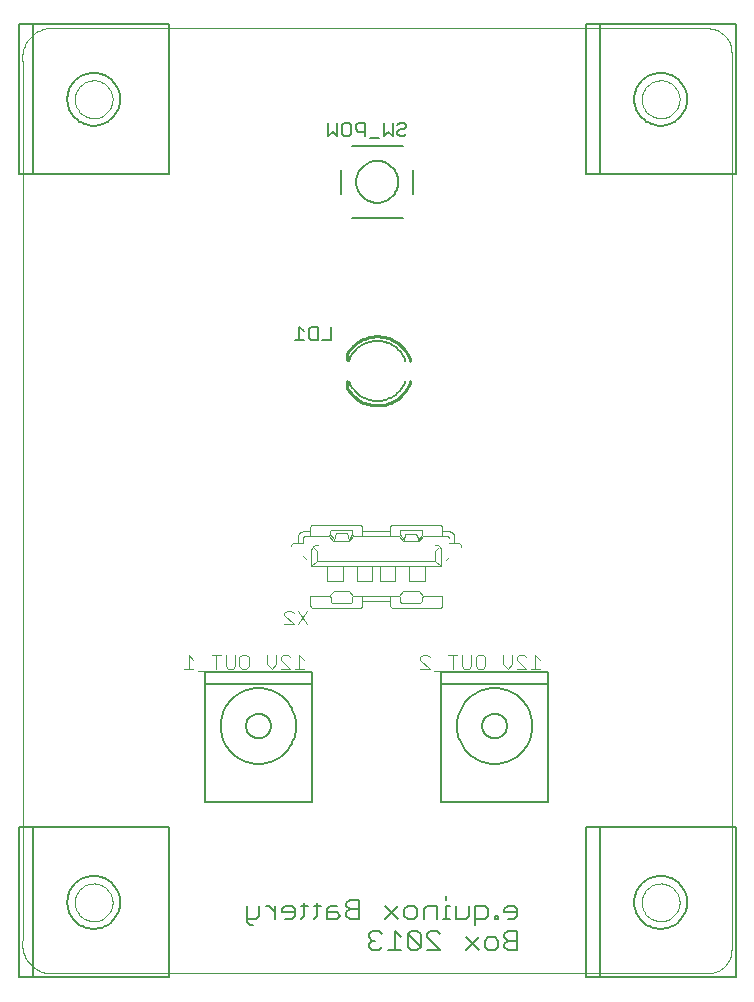
<source format=gbo>
G75*
G70*
%OFA0B0*%
%FSLAX24Y24*%
%IPPOS*%
%LPD*%
%AMOC8*
5,1,8,0,0,1.08239X$1,22.5*
%
%ADD10C,0.0060*%
%ADD11C,0.0000*%
%ADD12C,0.0040*%
%ADD13C,0.0050*%
%ADD14C,0.0100*%
%ADD15C,0.0080*%
D10*
X023176Y008555D02*
X023282Y008448D01*
X023389Y008448D01*
X023176Y008555D02*
X023176Y009089D01*
X023603Y009089D02*
X023603Y008769D01*
X023496Y008662D01*
X023176Y008662D01*
X023819Y009089D02*
X023926Y009089D01*
X024140Y008875D01*
X024140Y008662D02*
X024140Y009089D01*
X024357Y008982D02*
X024464Y009089D01*
X024678Y009089D01*
X024784Y008982D01*
X024784Y008769D01*
X024678Y008662D01*
X024464Y008662D01*
X024357Y008875D02*
X024784Y008875D01*
X025001Y008662D02*
X025107Y008769D01*
X025107Y009196D01*
X025001Y009089D02*
X025214Y009089D01*
X025430Y009089D02*
X025644Y009089D01*
X025537Y009196D02*
X025537Y008769D01*
X025430Y008662D01*
X025861Y008662D02*
X026182Y008662D01*
X026288Y008769D01*
X026182Y008875D01*
X025861Y008875D01*
X025861Y008982D02*
X025861Y008662D01*
X025861Y008982D02*
X025968Y009089D01*
X026182Y009089D01*
X026506Y009089D02*
X026613Y008982D01*
X026933Y008982D01*
X026933Y008662D02*
X026613Y008662D01*
X026506Y008769D01*
X026506Y008875D01*
X026613Y008982D01*
X026506Y009089D02*
X026506Y009196D01*
X026613Y009302D01*
X026933Y009302D01*
X026933Y008662D01*
X027365Y008252D02*
X027258Y008146D01*
X027258Y008039D01*
X027365Y007932D01*
X027258Y007825D01*
X027258Y007719D01*
X027365Y007612D01*
X027578Y007612D01*
X027685Y007719D01*
X027902Y007612D02*
X028329Y007612D01*
X028116Y007612D02*
X028116Y008252D01*
X028329Y008039D01*
X028547Y008146D02*
X028974Y007719D01*
X028867Y007612D01*
X028654Y007612D01*
X028547Y007719D01*
X028547Y008146D01*
X028654Y008252D01*
X028867Y008252D01*
X028974Y008146D01*
X028974Y007719D01*
X029191Y007612D02*
X029618Y007612D01*
X029191Y008039D01*
X029191Y008146D01*
X029298Y008252D01*
X029512Y008252D01*
X029618Y008146D01*
X029511Y008662D02*
X029511Y009089D01*
X029191Y009089D01*
X029084Y008982D01*
X029084Y008662D01*
X028866Y008769D02*
X028760Y008662D01*
X028546Y008662D01*
X028439Y008769D01*
X028439Y008982D01*
X028546Y009089D01*
X028760Y009089D01*
X028866Y008982D01*
X028866Y008769D01*
X028222Y008662D02*
X027795Y009089D01*
X028222Y009089D02*
X027795Y008662D01*
X027578Y008252D02*
X027365Y008252D01*
X027578Y008252D02*
X027685Y008146D01*
X027471Y007932D02*
X027365Y007932D01*
X029727Y008662D02*
X029941Y008662D01*
X029834Y008662D02*
X029834Y009089D01*
X029941Y009089D01*
X030158Y009089D02*
X030158Y008662D01*
X030479Y008662D01*
X030585Y008769D01*
X030585Y009089D01*
X030803Y009089D02*
X031123Y009089D01*
X031230Y008982D01*
X031230Y008769D01*
X031123Y008662D01*
X030803Y008662D01*
X030803Y008448D02*
X030803Y009089D01*
X031445Y008769D02*
X031445Y008662D01*
X031552Y008662D01*
X031552Y008769D01*
X031445Y008769D01*
X031770Y008875D02*
X032197Y008875D01*
X032197Y008769D02*
X032197Y008982D01*
X032090Y009089D01*
X031876Y009089D01*
X031770Y008982D01*
X031770Y008875D01*
X031876Y008662D02*
X032090Y008662D01*
X032197Y008769D01*
X032197Y008252D02*
X031876Y008252D01*
X031770Y008146D01*
X031770Y008039D01*
X031876Y007932D01*
X032197Y007932D01*
X032197Y007612D02*
X031876Y007612D01*
X031770Y007719D01*
X031770Y007825D01*
X031876Y007932D01*
X031552Y007932D02*
X031552Y007719D01*
X031445Y007612D01*
X031232Y007612D01*
X031125Y007719D01*
X031125Y007932D01*
X031232Y008039D01*
X031445Y008039D01*
X031552Y007932D01*
X032197Y007612D02*
X032197Y008252D01*
X030908Y008039D02*
X030481Y007612D01*
X030908Y007612D02*
X030481Y008039D01*
X029834Y009302D02*
X029834Y009409D01*
X024357Y008982D02*
X024357Y008875D01*
X026590Y026584D02*
X026613Y026526D01*
X026640Y026469D01*
X026670Y026414D01*
X026704Y026361D01*
X026741Y026310D01*
X026781Y026262D01*
X026824Y026216D01*
X026869Y026173D01*
X026918Y026133D01*
X026969Y026097D01*
X027022Y026063D01*
X027077Y026033D01*
X027133Y026006D01*
X027192Y025983D01*
X027251Y025964D01*
X027312Y025948D01*
X027374Y025936D01*
X027436Y025928D01*
X027499Y025924D01*
X027561Y025924D01*
X027624Y025928D01*
X027686Y025936D01*
X027748Y025948D01*
X027809Y025964D01*
X027868Y025983D01*
X027927Y026006D01*
X027983Y026033D01*
X028038Y026063D01*
X028091Y026097D01*
X028142Y026133D01*
X028191Y026173D01*
X028236Y026216D01*
X028279Y026262D01*
X028319Y026310D01*
X028356Y026361D01*
X028390Y026414D01*
X028420Y026469D01*
X028447Y026526D01*
X028470Y026584D01*
X028470Y027264D02*
X028447Y027322D01*
X028420Y027379D01*
X028390Y027434D01*
X028356Y027487D01*
X028319Y027538D01*
X028279Y027586D01*
X028236Y027632D01*
X028191Y027675D01*
X028142Y027715D01*
X028091Y027751D01*
X028038Y027785D01*
X027983Y027815D01*
X027927Y027842D01*
X027868Y027865D01*
X027809Y027884D01*
X027748Y027900D01*
X027686Y027912D01*
X027624Y027920D01*
X027561Y027924D01*
X027499Y027924D01*
X027436Y027920D01*
X027374Y027912D01*
X027312Y027900D01*
X027251Y027884D01*
X027192Y027865D01*
X027133Y027842D01*
X027077Y027815D01*
X027022Y027785D01*
X026969Y027751D01*
X026918Y027715D01*
X026869Y027675D01*
X026824Y027632D01*
X026781Y027586D01*
X026741Y027538D01*
X026704Y027487D01*
X026670Y027434D01*
X026640Y027379D01*
X026613Y027322D01*
X026590Y027264D01*
D11*
X017451Y035979D02*
X017453Y036029D01*
X017459Y036079D01*
X017469Y036128D01*
X017483Y036176D01*
X017500Y036223D01*
X017521Y036268D01*
X017546Y036312D01*
X017574Y036353D01*
X017606Y036392D01*
X017640Y036429D01*
X017677Y036463D01*
X017717Y036493D01*
X017759Y036520D01*
X017803Y036544D01*
X017849Y036565D01*
X017896Y036581D01*
X017944Y036594D01*
X017994Y036603D01*
X018043Y036608D01*
X018094Y036609D01*
X018144Y036606D01*
X018193Y036599D01*
X018242Y036588D01*
X018290Y036573D01*
X018336Y036555D01*
X018381Y036533D01*
X018424Y036507D01*
X018465Y036478D01*
X018504Y036446D01*
X018540Y036411D01*
X018572Y036373D01*
X018602Y036333D01*
X018629Y036290D01*
X018652Y036246D01*
X018671Y036200D01*
X018687Y036152D01*
X018699Y036103D01*
X018707Y036054D01*
X018711Y036004D01*
X018711Y035954D01*
X018707Y035904D01*
X018699Y035855D01*
X018687Y035806D01*
X018671Y035758D01*
X018652Y035712D01*
X018629Y035668D01*
X018602Y035625D01*
X018572Y035585D01*
X018540Y035547D01*
X018504Y035512D01*
X018465Y035480D01*
X018424Y035451D01*
X018381Y035425D01*
X018336Y035403D01*
X018290Y035385D01*
X018242Y035370D01*
X018193Y035359D01*
X018144Y035352D01*
X018094Y035349D01*
X018043Y035350D01*
X017994Y035355D01*
X017944Y035364D01*
X017896Y035377D01*
X017849Y035393D01*
X017803Y035414D01*
X017759Y035438D01*
X017717Y035465D01*
X017677Y035495D01*
X017640Y035529D01*
X017606Y035566D01*
X017574Y035605D01*
X017546Y035646D01*
X017521Y035690D01*
X017500Y035735D01*
X017483Y035782D01*
X017469Y035830D01*
X017459Y035879D01*
X017453Y035929D01*
X017451Y035979D01*
X015718Y037160D02*
X015708Y037220D01*
X015702Y037280D01*
X015699Y037341D01*
X015700Y037401D01*
X015704Y037462D01*
X015713Y037522D01*
X015724Y037581D01*
X015740Y037640D01*
X015759Y037698D01*
X015781Y037754D01*
X015807Y037809D01*
X015836Y037862D01*
X015868Y037914D01*
X015903Y037963D01*
X015941Y038011D01*
X015982Y038055D01*
X016025Y038098D01*
X016071Y038137D01*
X016119Y038174D01*
X016170Y038208D01*
X016222Y038238D01*
X016276Y038266D01*
X016332Y038290D01*
X016389Y038311D01*
X016447Y038328D01*
X016506Y038342D01*
X038553Y038342D01*
X038553Y038341D02*
X038607Y038339D01*
X038660Y038334D01*
X038713Y038325D01*
X038765Y038312D01*
X038817Y038296D01*
X038867Y038276D01*
X038915Y038253D01*
X038962Y038226D01*
X039007Y038197D01*
X039050Y038164D01*
X039090Y038129D01*
X039128Y038091D01*
X039163Y038051D01*
X039196Y038008D01*
X039225Y037963D01*
X039252Y037916D01*
X039275Y037868D01*
X039295Y037818D01*
X039311Y037766D01*
X039324Y037714D01*
X039333Y037661D01*
X039338Y037608D01*
X039340Y037554D01*
X039341Y037554D02*
X039341Y007633D01*
X039340Y007633D02*
X039338Y007579D01*
X039333Y007526D01*
X039324Y007473D01*
X039311Y007421D01*
X039295Y007369D01*
X039275Y007319D01*
X039252Y007271D01*
X039225Y007224D01*
X039196Y007179D01*
X039163Y007136D01*
X039128Y007096D01*
X039090Y007058D01*
X039050Y007023D01*
X039007Y006990D01*
X038962Y006961D01*
X038915Y006934D01*
X038867Y006911D01*
X038817Y006891D01*
X038765Y006875D01*
X038713Y006862D01*
X038660Y006853D01*
X038607Y006848D01*
X038553Y006846D01*
X016506Y006846D01*
X016506Y006845D02*
X016447Y006859D01*
X016389Y006876D01*
X016332Y006897D01*
X016276Y006921D01*
X016222Y006949D01*
X016170Y006979D01*
X016119Y007013D01*
X016071Y007050D01*
X016025Y007089D01*
X015982Y007132D01*
X015941Y007176D01*
X015903Y007224D01*
X015868Y007273D01*
X015836Y007325D01*
X015807Y007378D01*
X015781Y007433D01*
X015759Y007489D01*
X015740Y007547D01*
X015724Y007606D01*
X015713Y007665D01*
X015704Y007725D01*
X015700Y007786D01*
X015699Y007846D01*
X015702Y007907D01*
X015708Y007967D01*
X015718Y008027D01*
X015719Y008027D02*
X015719Y037160D01*
X036349Y035979D02*
X036351Y036029D01*
X036357Y036079D01*
X036367Y036128D01*
X036381Y036176D01*
X036398Y036223D01*
X036419Y036268D01*
X036444Y036312D01*
X036472Y036353D01*
X036504Y036392D01*
X036538Y036429D01*
X036575Y036463D01*
X036615Y036493D01*
X036657Y036520D01*
X036701Y036544D01*
X036747Y036565D01*
X036794Y036581D01*
X036842Y036594D01*
X036892Y036603D01*
X036941Y036608D01*
X036992Y036609D01*
X037042Y036606D01*
X037091Y036599D01*
X037140Y036588D01*
X037188Y036573D01*
X037234Y036555D01*
X037279Y036533D01*
X037322Y036507D01*
X037363Y036478D01*
X037402Y036446D01*
X037438Y036411D01*
X037470Y036373D01*
X037500Y036333D01*
X037527Y036290D01*
X037550Y036246D01*
X037569Y036200D01*
X037585Y036152D01*
X037597Y036103D01*
X037605Y036054D01*
X037609Y036004D01*
X037609Y035954D01*
X037605Y035904D01*
X037597Y035855D01*
X037585Y035806D01*
X037569Y035758D01*
X037550Y035712D01*
X037527Y035668D01*
X037500Y035625D01*
X037470Y035585D01*
X037438Y035547D01*
X037402Y035512D01*
X037363Y035480D01*
X037322Y035451D01*
X037279Y035425D01*
X037234Y035403D01*
X037188Y035385D01*
X037140Y035370D01*
X037091Y035359D01*
X037042Y035352D01*
X036992Y035349D01*
X036941Y035350D01*
X036892Y035355D01*
X036842Y035364D01*
X036794Y035377D01*
X036747Y035393D01*
X036701Y035414D01*
X036657Y035438D01*
X036615Y035465D01*
X036575Y035495D01*
X036538Y035529D01*
X036504Y035566D01*
X036472Y035605D01*
X036444Y035646D01*
X036419Y035690D01*
X036398Y035735D01*
X036381Y035782D01*
X036367Y035830D01*
X036357Y035879D01*
X036351Y035929D01*
X036349Y035979D01*
X036349Y009208D02*
X036351Y009258D01*
X036357Y009308D01*
X036367Y009357D01*
X036381Y009405D01*
X036398Y009452D01*
X036419Y009497D01*
X036444Y009541D01*
X036472Y009582D01*
X036504Y009621D01*
X036538Y009658D01*
X036575Y009692D01*
X036615Y009722D01*
X036657Y009749D01*
X036701Y009773D01*
X036747Y009794D01*
X036794Y009810D01*
X036842Y009823D01*
X036892Y009832D01*
X036941Y009837D01*
X036992Y009838D01*
X037042Y009835D01*
X037091Y009828D01*
X037140Y009817D01*
X037188Y009802D01*
X037234Y009784D01*
X037279Y009762D01*
X037322Y009736D01*
X037363Y009707D01*
X037402Y009675D01*
X037438Y009640D01*
X037470Y009602D01*
X037500Y009562D01*
X037527Y009519D01*
X037550Y009475D01*
X037569Y009429D01*
X037585Y009381D01*
X037597Y009332D01*
X037605Y009283D01*
X037609Y009233D01*
X037609Y009183D01*
X037605Y009133D01*
X037597Y009084D01*
X037585Y009035D01*
X037569Y008987D01*
X037550Y008941D01*
X037527Y008897D01*
X037500Y008854D01*
X037470Y008814D01*
X037438Y008776D01*
X037402Y008741D01*
X037363Y008709D01*
X037322Y008680D01*
X037279Y008654D01*
X037234Y008632D01*
X037188Y008614D01*
X037140Y008599D01*
X037091Y008588D01*
X037042Y008581D01*
X036992Y008578D01*
X036941Y008579D01*
X036892Y008584D01*
X036842Y008593D01*
X036794Y008606D01*
X036747Y008622D01*
X036701Y008643D01*
X036657Y008667D01*
X036615Y008694D01*
X036575Y008724D01*
X036538Y008758D01*
X036504Y008795D01*
X036472Y008834D01*
X036444Y008875D01*
X036419Y008919D01*
X036398Y008964D01*
X036381Y009011D01*
X036367Y009059D01*
X036357Y009108D01*
X036351Y009158D01*
X036349Y009208D01*
X017451Y009208D02*
X017453Y009258D01*
X017459Y009308D01*
X017469Y009357D01*
X017483Y009405D01*
X017500Y009452D01*
X017521Y009497D01*
X017546Y009541D01*
X017574Y009582D01*
X017606Y009621D01*
X017640Y009658D01*
X017677Y009692D01*
X017717Y009722D01*
X017759Y009749D01*
X017803Y009773D01*
X017849Y009794D01*
X017896Y009810D01*
X017944Y009823D01*
X017994Y009832D01*
X018043Y009837D01*
X018094Y009838D01*
X018144Y009835D01*
X018193Y009828D01*
X018242Y009817D01*
X018290Y009802D01*
X018336Y009784D01*
X018381Y009762D01*
X018424Y009736D01*
X018465Y009707D01*
X018504Y009675D01*
X018540Y009640D01*
X018572Y009602D01*
X018602Y009562D01*
X018629Y009519D01*
X018652Y009475D01*
X018671Y009429D01*
X018687Y009381D01*
X018699Y009332D01*
X018707Y009283D01*
X018711Y009233D01*
X018711Y009183D01*
X018707Y009133D01*
X018699Y009084D01*
X018687Y009035D01*
X018671Y008987D01*
X018652Y008941D01*
X018629Y008897D01*
X018602Y008854D01*
X018572Y008814D01*
X018540Y008776D01*
X018504Y008741D01*
X018465Y008709D01*
X018424Y008680D01*
X018381Y008654D01*
X018336Y008632D01*
X018290Y008614D01*
X018242Y008599D01*
X018193Y008588D01*
X018144Y008581D01*
X018094Y008578D01*
X018043Y008579D01*
X017994Y008584D01*
X017944Y008593D01*
X017896Y008606D01*
X017849Y008622D01*
X017803Y008643D01*
X017759Y008667D01*
X017717Y008694D01*
X017677Y008724D01*
X017640Y008758D01*
X017606Y008795D01*
X017574Y008834D01*
X017546Y008875D01*
X017521Y008919D01*
X017500Y008964D01*
X017483Y009011D01*
X017469Y009059D01*
X017459Y009108D01*
X017453Y009158D01*
X017451Y009208D01*
D12*
X021096Y016995D02*
X021403Y016995D01*
X021250Y016995D02*
X021250Y017456D01*
X021403Y017302D01*
X021557Y016919D02*
X021864Y016919D01*
X022171Y016995D02*
X022171Y017456D01*
X022324Y017456D02*
X022017Y017456D01*
X022478Y017456D02*
X022478Y017072D01*
X022554Y016995D01*
X022708Y016995D01*
X022785Y017072D01*
X022785Y017456D01*
X022938Y017379D02*
X023015Y017456D01*
X023168Y017456D01*
X023245Y017379D01*
X023245Y017072D01*
X023168Y016995D01*
X023015Y016995D01*
X022938Y017072D01*
X022938Y017379D01*
X023398Y016919D02*
X023705Y016919D01*
X023859Y017149D02*
X023859Y017456D01*
X024166Y017456D02*
X024166Y017149D01*
X024012Y016995D01*
X023859Y017149D01*
X024319Y017302D02*
X024319Y017379D01*
X024396Y017456D01*
X024549Y017456D01*
X024626Y017379D01*
X024319Y017302D02*
X024626Y016995D01*
X024319Y016995D01*
X024780Y016995D02*
X025087Y016995D01*
X024933Y016995D02*
X024933Y017456D01*
X025087Y017302D01*
X025206Y018476D02*
X024899Y018936D01*
X024746Y018860D02*
X024669Y018936D01*
X024516Y018936D01*
X024439Y018860D01*
X024439Y018783D01*
X024746Y018476D01*
X024439Y018476D01*
X024899Y018476D02*
X025206Y018936D01*
X025306Y019096D02*
X025306Y019417D01*
X025306Y019408D02*
X025947Y019408D01*
X025981Y019366D01*
X025981Y019248D01*
X025983Y019235D01*
X025988Y019223D01*
X025996Y019212D01*
X026007Y019204D01*
X026019Y019199D01*
X026032Y019197D01*
X026639Y019197D01*
X026652Y019198D01*
X026665Y019203D01*
X026676Y019210D01*
X026685Y019219D01*
X026692Y019230D01*
X026697Y019243D01*
X026698Y019256D01*
X026698Y019383D01*
X026732Y019417D01*
X026588Y019585D01*
X026074Y019585D01*
X025939Y019417D01*
X025863Y019906D02*
X026386Y019906D01*
X026386Y020403D01*
X026833Y020412D02*
X026841Y020412D01*
X026841Y019906D01*
X027355Y019906D01*
X027355Y020395D01*
X027625Y020403D02*
X027625Y019906D01*
X028140Y019906D01*
X028140Y020412D01*
X028603Y020412D02*
X028603Y019906D01*
X029118Y019906D01*
X029118Y020412D01*
X029464Y020572D02*
X029464Y020934D01*
X029598Y021052D01*
X029658Y020926D02*
X029658Y020420D01*
X029649Y020420D01*
X029464Y020572D01*
X025526Y020572D01*
X025517Y020934D01*
X025391Y021044D01*
X025315Y020884D02*
X025315Y020420D01*
X025526Y020572D01*
X025315Y020420D02*
X029649Y020420D01*
X029818Y020622D02*
X029919Y020732D01*
X029936Y021179D02*
X030222Y021179D01*
X030241Y021177D01*
X030260Y021172D01*
X030277Y021164D01*
X030293Y021153D01*
X030306Y021140D01*
X030317Y021124D01*
X030325Y021107D01*
X030330Y021088D01*
X030332Y021069D01*
X030096Y021187D02*
X030096Y021398D01*
X030094Y021423D01*
X030089Y021448D01*
X030080Y021472D01*
X030068Y021494D01*
X030053Y021514D01*
X030035Y021532D01*
X030015Y021547D01*
X029993Y021559D01*
X029969Y021568D01*
X029944Y021573D01*
X029919Y021575D01*
X029683Y021575D01*
X029683Y021719D01*
X029682Y021719D02*
X029680Y021735D01*
X029676Y021751D01*
X029668Y021766D01*
X029657Y021778D01*
X029645Y021789D01*
X029630Y021797D01*
X029614Y021801D01*
X029598Y021803D01*
X028039Y021803D01*
X028024Y021802D01*
X028010Y021797D01*
X027997Y021790D01*
X027985Y021781D01*
X027976Y021769D01*
X027969Y021756D01*
X027964Y021742D01*
X027963Y021727D01*
X027963Y021575D01*
X027035Y021575D01*
X027027Y021702D02*
X027027Y021415D01*
X028258Y021415D01*
X028291Y021449D01*
X028291Y021626D01*
X029008Y021626D01*
X029008Y021466D01*
X028907Y021280D01*
X028915Y021272D02*
X028831Y021499D01*
X028460Y021499D01*
X028410Y021272D01*
X028300Y021474D01*
X028258Y021415D02*
X028393Y021255D01*
X028924Y021255D01*
X029059Y021415D01*
X029683Y021415D01*
X029683Y021575D01*
X029683Y021415D02*
X029860Y021415D01*
X029875Y021413D01*
X029889Y021408D01*
X029902Y021400D01*
X029912Y021390D01*
X029920Y021377D01*
X029925Y021363D01*
X029927Y021348D01*
X029658Y020926D02*
X029656Y020954D01*
X029651Y020981D01*
X029642Y021007D01*
X029630Y021032D01*
X029614Y021054D01*
X029596Y021075D01*
X029575Y021093D01*
X029553Y021109D01*
X029528Y021121D01*
X029502Y021130D01*
X029475Y021135D01*
X029447Y021137D01*
X029059Y021415D02*
X029008Y021466D01*
X027963Y021415D02*
X027963Y021575D01*
X027027Y021415D02*
X026723Y021415D01*
X026681Y021474D01*
X026580Y021297D01*
X026512Y021516D01*
X026150Y021516D01*
X026074Y021272D01*
X026065Y021263D02*
X026588Y021263D01*
X026723Y021415D01*
X026681Y021474D02*
X026681Y021617D01*
X026680Y021624D01*
X026676Y021629D01*
X026671Y021633D01*
X026664Y021634D01*
X026023Y021634D01*
X026010Y021633D01*
X025997Y021628D01*
X025986Y021621D01*
X025977Y021612D01*
X025970Y021601D01*
X025965Y021588D01*
X025964Y021575D01*
X025964Y021474D01*
X025930Y021415D01*
X025930Y021415D01*
X025129Y021415D01*
X025070Y021576D02*
X025044Y021574D01*
X025018Y021568D01*
X024993Y021559D01*
X024969Y021546D01*
X024948Y021531D01*
X024929Y021512D01*
X024914Y021491D01*
X024901Y021467D01*
X024892Y021442D01*
X024886Y021416D01*
X024884Y021390D01*
X024885Y021390D02*
X024885Y021187D01*
X024750Y021179D02*
X025045Y021179D01*
X025045Y021331D01*
X025047Y021347D01*
X025051Y021363D01*
X025059Y021378D01*
X025070Y021390D01*
X025082Y021401D01*
X025097Y021409D01*
X025113Y021413D01*
X025129Y021415D01*
X025070Y021575D02*
X025306Y021575D01*
X025306Y021415D01*
X025306Y021575D02*
X025306Y021735D01*
X025307Y021735D02*
X025309Y021750D01*
X025314Y021764D01*
X025322Y021777D01*
X025332Y021787D01*
X025345Y021795D01*
X025359Y021800D01*
X025374Y021802D01*
X025374Y021803D02*
X026925Y021803D01*
X026943Y021801D01*
X026960Y021797D01*
X026976Y021789D01*
X026990Y021779D01*
X027002Y021767D01*
X027012Y021753D01*
X027020Y021737D01*
X027024Y021720D01*
X027026Y021702D01*
X026074Y021314D02*
X025973Y021491D01*
X025930Y021407D02*
X026065Y021263D01*
X025568Y021137D02*
X025538Y021135D01*
X025507Y021130D01*
X025478Y021121D01*
X025450Y021108D01*
X025424Y021092D01*
X025400Y021073D01*
X025379Y021052D01*
X025360Y021028D01*
X025344Y021002D01*
X025331Y020974D01*
X025322Y020945D01*
X025317Y020914D01*
X025315Y020884D01*
X025163Y020639D02*
X025053Y020740D01*
X024666Y021095D02*
X024668Y021111D01*
X024672Y021127D01*
X024680Y021142D01*
X024691Y021154D01*
X024703Y021165D01*
X024718Y021173D01*
X024734Y021177D01*
X024750Y021179D01*
X025863Y020403D02*
X025863Y019906D01*
X025307Y019096D02*
X025309Y019081D01*
X025314Y019067D01*
X025322Y019054D01*
X025332Y019044D01*
X025345Y019036D01*
X025359Y019031D01*
X025374Y019029D01*
X026959Y019029D01*
X026974Y019031D01*
X026988Y019036D01*
X027001Y019044D01*
X027011Y019054D01*
X027019Y019067D01*
X027024Y019081D01*
X027026Y019096D01*
X027027Y019096D02*
X027027Y019417D01*
X027963Y019417D01*
X028258Y019417D01*
X028291Y019383D01*
X028291Y019256D01*
X028292Y019243D01*
X028297Y019230D01*
X028304Y019219D01*
X028313Y019210D01*
X028324Y019203D01*
X028337Y019198D01*
X028350Y019197D01*
X028958Y019197D01*
X028971Y019199D01*
X028984Y019204D01*
X028994Y019212D01*
X029002Y019223D01*
X029007Y019235D01*
X029009Y019248D01*
X029008Y019248D02*
X029008Y019366D01*
X029042Y019408D01*
X029683Y019408D01*
X029683Y019096D01*
X029682Y019096D02*
X029680Y019081D01*
X029675Y019067D01*
X029667Y019054D01*
X029657Y019044D01*
X029644Y019036D01*
X029630Y019031D01*
X029615Y019029D01*
X028039Y019029D01*
X028024Y019030D01*
X028010Y019035D01*
X027997Y019042D01*
X027985Y019051D01*
X027976Y019063D01*
X027969Y019076D01*
X027964Y019090D01*
X027963Y019105D01*
X027963Y019256D01*
X027963Y019417D01*
X027963Y019256D02*
X027035Y019256D01*
X027027Y019417D02*
X026732Y019417D01*
X028258Y019417D02*
X028401Y019585D01*
X028915Y019585D01*
X029050Y019417D01*
X029047Y017456D02*
X029201Y017456D01*
X029277Y017379D01*
X029047Y017456D02*
X028971Y017379D01*
X028971Y017302D01*
X029277Y016995D01*
X028971Y016995D01*
X029431Y016919D02*
X029738Y016919D01*
X030045Y016995D02*
X030045Y017456D01*
X030198Y017456D02*
X029891Y017456D01*
X030352Y017456D02*
X030352Y017072D01*
X030428Y016995D01*
X030582Y016995D01*
X030659Y017072D01*
X030659Y017456D01*
X030812Y017379D02*
X030889Y017456D01*
X031042Y017456D01*
X031119Y017379D01*
X031119Y017072D01*
X031042Y016995D01*
X030889Y016995D01*
X030812Y017072D01*
X030812Y017379D01*
X031272Y016919D02*
X031579Y016919D01*
X031733Y017149D02*
X031733Y017456D01*
X032040Y017456D02*
X032040Y017149D01*
X031886Y016995D01*
X031733Y017149D01*
X032193Y017302D02*
X032193Y017379D01*
X032270Y017456D01*
X032423Y017456D01*
X032500Y017379D01*
X032193Y017302D02*
X032500Y016995D01*
X032193Y016995D01*
X032654Y016995D02*
X032961Y016995D01*
X032807Y016995D02*
X032807Y017456D01*
X032961Y017302D01*
D13*
X015581Y011708D02*
X015581Y006708D01*
X020581Y006708D01*
X020581Y011708D01*
X015581Y011708D01*
X016073Y011688D02*
X016073Y006727D01*
X017201Y009208D02*
X017203Y009267D01*
X017209Y009325D01*
X017219Y009383D01*
X017232Y009440D01*
X017250Y009497D01*
X017271Y009552D01*
X017296Y009605D01*
X017324Y009656D01*
X017355Y009706D01*
X017390Y009753D01*
X017428Y009798D01*
X017469Y009841D01*
X017513Y009880D01*
X017559Y009916D01*
X017607Y009950D01*
X017658Y009980D01*
X017711Y010006D01*
X017765Y010029D01*
X017820Y010048D01*
X017877Y010064D01*
X017935Y010076D01*
X017993Y010084D01*
X018052Y010088D01*
X018110Y010088D01*
X018169Y010084D01*
X018227Y010076D01*
X018285Y010064D01*
X018342Y010048D01*
X018397Y010029D01*
X018451Y010006D01*
X018504Y009980D01*
X018555Y009950D01*
X018603Y009916D01*
X018649Y009880D01*
X018693Y009841D01*
X018734Y009798D01*
X018772Y009753D01*
X018807Y009706D01*
X018838Y009656D01*
X018866Y009605D01*
X018891Y009552D01*
X018912Y009497D01*
X018930Y009440D01*
X018943Y009383D01*
X018953Y009325D01*
X018959Y009267D01*
X018961Y009208D01*
X018959Y009149D01*
X018953Y009091D01*
X018943Y009033D01*
X018930Y008976D01*
X018912Y008919D01*
X018891Y008864D01*
X018866Y008811D01*
X018838Y008760D01*
X018807Y008710D01*
X018772Y008663D01*
X018734Y008618D01*
X018693Y008575D01*
X018649Y008536D01*
X018603Y008500D01*
X018555Y008466D01*
X018504Y008436D01*
X018451Y008410D01*
X018397Y008387D01*
X018342Y008368D01*
X018285Y008352D01*
X018227Y008340D01*
X018169Y008332D01*
X018110Y008328D01*
X018052Y008328D01*
X017993Y008332D01*
X017935Y008340D01*
X017877Y008352D01*
X017820Y008368D01*
X017765Y008387D01*
X017711Y008410D01*
X017658Y008436D01*
X017607Y008466D01*
X017559Y008500D01*
X017513Y008536D01*
X017469Y008575D01*
X017428Y008618D01*
X017390Y008663D01*
X017355Y008710D01*
X017324Y008760D01*
X017296Y008811D01*
X017271Y008864D01*
X017250Y008919D01*
X017232Y008976D01*
X017219Y009033D01*
X017209Y009091D01*
X017203Y009149D01*
X017201Y009208D01*
X021799Y012566D02*
X021799Y016897D01*
X025343Y016897D01*
X025343Y012566D01*
X021799Y012566D01*
X023158Y015086D02*
X023160Y015126D01*
X023166Y015167D01*
X023176Y015206D01*
X023189Y015244D01*
X023207Y015281D01*
X023228Y015315D01*
X023252Y015348D01*
X023279Y015378D01*
X023309Y015405D01*
X023342Y015429D01*
X023376Y015450D01*
X023413Y015468D01*
X023451Y015481D01*
X023490Y015491D01*
X023531Y015497D01*
X023571Y015499D01*
X023611Y015497D01*
X023652Y015491D01*
X023691Y015481D01*
X023729Y015468D01*
X023766Y015450D01*
X023800Y015429D01*
X023833Y015405D01*
X023863Y015378D01*
X023890Y015348D01*
X023914Y015315D01*
X023935Y015281D01*
X023953Y015244D01*
X023966Y015206D01*
X023976Y015167D01*
X023982Y015126D01*
X023984Y015086D01*
X023982Y015046D01*
X023976Y015005D01*
X023966Y014966D01*
X023953Y014928D01*
X023935Y014891D01*
X023914Y014857D01*
X023890Y014824D01*
X023863Y014794D01*
X023833Y014767D01*
X023800Y014743D01*
X023766Y014722D01*
X023729Y014704D01*
X023691Y014691D01*
X023652Y014681D01*
X023611Y014675D01*
X023571Y014673D01*
X023531Y014675D01*
X023490Y014681D01*
X023451Y014691D01*
X023413Y014704D01*
X023376Y014722D01*
X023342Y014743D01*
X023309Y014767D01*
X023279Y014794D01*
X023252Y014824D01*
X023228Y014857D01*
X023207Y014891D01*
X023189Y014928D01*
X023176Y014966D01*
X023166Y015005D01*
X023160Y015046D01*
X023158Y015086D01*
X022311Y015086D02*
X022313Y015157D01*
X022319Y015227D01*
X022329Y015297D01*
X022343Y015366D01*
X022360Y015435D01*
X022382Y015502D01*
X022407Y015568D01*
X022436Y015633D01*
X022468Y015695D01*
X022504Y015756D01*
X022543Y015815D01*
X022586Y015872D01*
X022631Y015926D01*
X022680Y015977D01*
X022731Y016026D01*
X022785Y016071D01*
X022842Y016114D01*
X022901Y016153D01*
X022962Y016189D01*
X023024Y016221D01*
X023089Y016250D01*
X023155Y016275D01*
X023222Y016297D01*
X023291Y016314D01*
X023360Y016328D01*
X023430Y016338D01*
X023500Y016344D01*
X023571Y016346D01*
X023642Y016344D01*
X023712Y016338D01*
X023782Y016328D01*
X023851Y016314D01*
X023920Y016297D01*
X023987Y016275D01*
X024053Y016250D01*
X024118Y016221D01*
X024180Y016189D01*
X024241Y016153D01*
X024300Y016114D01*
X024357Y016071D01*
X024411Y016026D01*
X024462Y015977D01*
X024511Y015926D01*
X024556Y015872D01*
X024599Y015815D01*
X024638Y015756D01*
X024674Y015695D01*
X024706Y015633D01*
X024735Y015568D01*
X024760Y015502D01*
X024782Y015435D01*
X024799Y015366D01*
X024813Y015297D01*
X024823Y015227D01*
X024829Y015157D01*
X024831Y015086D01*
X024829Y015015D01*
X024823Y014945D01*
X024813Y014875D01*
X024799Y014806D01*
X024782Y014737D01*
X024760Y014670D01*
X024735Y014604D01*
X024706Y014539D01*
X024674Y014477D01*
X024638Y014416D01*
X024599Y014357D01*
X024556Y014300D01*
X024511Y014246D01*
X024462Y014195D01*
X024411Y014146D01*
X024357Y014101D01*
X024300Y014058D01*
X024241Y014019D01*
X024180Y013983D01*
X024118Y013951D01*
X024053Y013922D01*
X023987Y013897D01*
X023920Y013875D01*
X023851Y013858D01*
X023782Y013844D01*
X023712Y013834D01*
X023642Y013828D01*
X023571Y013826D01*
X023500Y013828D01*
X023430Y013834D01*
X023360Y013844D01*
X023291Y013858D01*
X023222Y013875D01*
X023155Y013897D01*
X023089Y013922D01*
X023024Y013951D01*
X022962Y013983D01*
X022901Y014019D01*
X022842Y014058D01*
X022785Y014101D01*
X022731Y014146D01*
X022680Y014195D01*
X022631Y014246D01*
X022586Y014300D01*
X022543Y014357D01*
X022504Y014416D01*
X022468Y014477D01*
X022436Y014539D01*
X022407Y014604D01*
X022382Y014670D01*
X022360Y014737D01*
X022343Y014806D01*
X022329Y014875D01*
X022319Y014945D01*
X022313Y015015D01*
X022311Y015086D01*
X021799Y016503D02*
X025343Y016503D01*
X029673Y016503D02*
X033217Y016503D01*
X033217Y016897D02*
X029673Y016897D01*
X029673Y012566D01*
X033217Y012566D01*
X033217Y016897D01*
X031032Y015086D02*
X031034Y015126D01*
X031040Y015167D01*
X031050Y015206D01*
X031063Y015244D01*
X031081Y015281D01*
X031102Y015315D01*
X031126Y015348D01*
X031153Y015378D01*
X031183Y015405D01*
X031216Y015429D01*
X031250Y015450D01*
X031287Y015468D01*
X031325Y015481D01*
X031364Y015491D01*
X031405Y015497D01*
X031445Y015499D01*
X031485Y015497D01*
X031526Y015491D01*
X031565Y015481D01*
X031603Y015468D01*
X031640Y015450D01*
X031674Y015429D01*
X031707Y015405D01*
X031737Y015378D01*
X031764Y015348D01*
X031788Y015315D01*
X031809Y015281D01*
X031827Y015244D01*
X031840Y015206D01*
X031850Y015167D01*
X031856Y015126D01*
X031858Y015086D01*
X031856Y015046D01*
X031850Y015005D01*
X031840Y014966D01*
X031827Y014928D01*
X031809Y014891D01*
X031788Y014857D01*
X031764Y014824D01*
X031737Y014794D01*
X031707Y014767D01*
X031674Y014743D01*
X031640Y014722D01*
X031603Y014704D01*
X031565Y014691D01*
X031526Y014681D01*
X031485Y014675D01*
X031445Y014673D01*
X031405Y014675D01*
X031364Y014681D01*
X031325Y014691D01*
X031287Y014704D01*
X031250Y014722D01*
X031216Y014743D01*
X031183Y014767D01*
X031153Y014794D01*
X031126Y014824D01*
X031102Y014857D01*
X031081Y014891D01*
X031063Y014928D01*
X031050Y014966D01*
X031040Y015005D01*
X031034Y015046D01*
X031032Y015086D01*
X030185Y015086D02*
X030187Y015157D01*
X030193Y015227D01*
X030203Y015297D01*
X030217Y015366D01*
X030234Y015435D01*
X030256Y015502D01*
X030281Y015568D01*
X030310Y015633D01*
X030342Y015695D01*
X030378Y015756D01*
X030417Y015815D01*
X030460Y015872D01*
X030505Y015926D01*
X030554Y015977D01*
X030605Y016026D01*
X030659Y016071D01*
X030716Y016114D01*
X030775Y016153D01*
X030836Y016189D01*
X030898Y016221D01*
X030963Y016250D01*
X031029Y016275D01*
X031096Y016297D01*
X031165Y016314D01*
X031234Y016328D01*
X031304Y016338D01*
X031374Y016344D01*
X031445Y016346D01*
X031516Y016344D01*
X031586Y016338D01*
X031656Y016328D01*
X031725Y016314D01*
X031794Y016297D01*
X031861Y016275D01*
X031927Y016250D01*
X031992Y016221D01*
X032054Y016189D01*
X032115Y016153D01*
X032174Y016114D01*
X032231Y016071D01*
X032285Y016026D01*
X032336Y015977D01*
X032385Y015926D01*
X032430Y015872D01*
X032473Y015815D01*
X032512Y015756D01*
X032548Y015695D01*
X032580Y015633D01*
X032609Y015568D01*
X032634Y015502D01*
X032656Y015435D01*
X032673Y015366D01*
X032687Y015297D01*
X032697Y015227D01*
X032703Y015157D01*
X032705Y015086D01*
X032703Y015015D01*
X032697Y014945D01*
X032687Y014875D01*
X032673Y014806D01*
X032656Y014737D01*
X032634Y014670D01*
X032609Y014604D01*
X032580Y014539D01*
X032548Y014477D01*
X032512Y014416D01*
X032473Y014357D01*
X032430Y014300D01*
X032385Y014246D01*
X032336Y014195D01*
X032285Y014146D01*
X032231Y014101D01*
X032174Y014058D01*
X032115Y014019D01*
X032054Y013983D01*
X031992Y013951D01*
X031927Y013922D01*
X031861Y013897D01*
X031794Y013875D01*
X031725Y013858D01*
X031656Y013844D01*
X031586Y013834D01*
X031516Y013828D01*
X031445Y013826D01*
X031374Y013828D01*
X031304Y013834D01*
X031234Y013844D01*
X031165Y013858D01*
X031096Y013875D01*
X031029Y013897D01*
X030963Y013922D01*
X030898Y013951D01*
X030836Y013983D01*
X030775Y014019D01*
X030716Y014058D01*
X030659Y014101D01*
X030605Y014146D01*
X030554Y014195D01*
X030505Y014246D01*
X030460Y014300D01*
X030417Y014357D01*
X030378Y014416D01*
X030342Y014477D01*
X030310Y014539D01*
X030281Y014604D01*
X030256Y014670D01*
X030234Y014737D01*
X030217Y014806D01*
X030203Y014875D01*
X030193Y014945D01*
X030187Y015015D01*
X030185Y015086D01*
X034479Y011708D02*
X039479Y011708D01*
X039479Y006708D01*
X034479Y006708D01*
X034479Y011708D01*
X034971Y011688D02*
X034971Y006727D01*
X036099Y009208D02*
X036101Y009267D01*
X036107Y009325D01*
X036117Y009383D01*
X036130Y009440D01*
X036148Y009497D01*
X036169Y009552D01*
X036194Y009605D01*
X036222Y009656D01*
X036253Y009706D01*
X036288Y009753D01*
X036326Y009798D01*
X036367Y009841D01*
X036411Y009880D01*
X036457Y009916D01*
X036505Y009950D01*
X036556Y009980D01*
X036609Y010006D01*
X036663Y010029D01*
X036718Y010048D01*
X036775Y010064D01*
X036833Y010076D01*
X036891Y010084D01*
X036950Y010088D01*
X037008Y010088D01*
X037067Y010084D01*
X037125Y010076D01*
X037183Y010064D01*
X037240Y010048D01*
X037295Y010029D01*
X037349Y010006D01*
X037402Y009980D01*
X037453Y009950D01*
X037501Y009916D01*
X037547Y009880D01*
X037591Y009841D01*
X037632Y009798D01*
X037670Y009753D01*
X037705Y009706D01*
X037736Y009656D01*
X037764Y009605D01*
X037789Y009552D01*
X037810Y009497D01*
X037828Y009440D01*
X037841Y009383D01*
X037851Y009325D01*
X037857Y009267D01*
X037859Y009208D01*
X037857Y009149D01*
X037851Y009091D01*
X037841Y009033D01*
X037828Y008976D01*
X037810Y008919D01*
X037789Y008864D01*
X037764Y008811D01*
X037736Y008760D01*
X037705Y008710D01*
X037670Y008663D01*
X037632Y008618D01*
X037591Y008575D01*
X037547Y008536D01*
X037501Y008500D01*
X037453Y008466D01*
X037402Y008436D01*
X037349Y008410D01*
X037295Y008387D01*
X037240Y008368D01*
X037183Y008352D01*
X037125Y008340D01*
X037067Y008332D01*
X037008Y008328D01*
X036950Y008328D01*
X036891Y008332D01*
X036833Y008340D01*
X036775Y008352D01*
X036718Y008368D01*
X036663Y008387D01*
X036609Y008410D01*
X036556Y008436D01*
X036505Y008466D01*
X036457Y008500D01*
X036411Y008536D01*
X036367Y008575D01*
X036326Y008618D01*
X036288Y008663D01*
X036253Y008710D01*
X036222Y008760D01*
X036194Y008811D01*
X036169Y008864D01*
X036148Y008919D01*
X036130Y008976D01*
X036117Y009033D01*
X036107Y009091D01*
X036101Y009149D01*
X036099Y009208D01*
X026005Y027949D02*
X025705Y027949D01*
X025544Y027949D02*
X025319Y027949D01*
X025244Y028024D01*
X025244Y028325D01*
X025319Y028400D01*
X025544Y028400D01*
X025544Y027949D01*
X025084Y027949D02*
X024784Y027949D01*
X024934Y027949D02*
X024934Y028400D01*
X025084Y028250D01*
X026005Y028400D02*
X026005Y027949D01*
X020581Y033479D02*
X015581Y033479D01*
X015581Y038479D01*
X020581Y038479D01*
X020581Y033479D01*
X017201Y035979D02*
X017203Y036038D01*
X017209Y036096D01*
X017219Y036154D01*
X017232Y036211D01*
X017250Y036268D01*
X017271Y036323D01*
X017296Y036376D01*
X017324Y036427D01*
X017355Y036477D01*
X017390Y036524D01*
X017428Y036569D01*
X017469Y036612D01*
X017513Y036651D01*
X017559Y036687D01*
X017607Y036721D01*
X017658Y036751D01*
X017711Y036777D01*
X017765Y036800D01*
X017820Y036819D01*
X017877Y036835D01*
X017935Y036847D01*
X017993Y036855D01*
X018052Y036859D01*
X018110Y036859D01*
X018169Y036855D01*
X018227Y036847D01*
X018285Y036835D01*
X018342Y036819D01*
X018397Y036800D01*
X018451Y036777D01*
X018504Y036751D01*
X018555Y036721D01*
X018603Y036687D01*
X018649Y036651D01*
X018693Y036612D01*
X018734Y036569D01*
X018772Y036524D01*
X018807Y036477D01*
X018838Y036427D01*
X018866Y036376D01*
X018891Y036323D01*
X018912Y036268D01*
X018930Y036211D01*
X018943Y036154D01*
X018953Y036096D01*
X018959Y036038D01*
X018961Y035979D01*
X018959Y035920D01*
X018953Y035862D01*
X018943Y035804D01*
X018930Y035747D01*
X018912Y035690D01*
X018891Y035635D01*
X018866Y035582D01*
X018838Y035531D01*
X018807Y035481D01*
X018772Y035434D01*
X018734Y035389D01*
X018693Y035346D01*
X018649Y035307D01*
X018603Y035271D01*
X018555Y035237D01*
X018504Y035207D01*
X018451Y035181D01*
X018397Y035158D01*
X018342Y035139D01*
X018285Y035123D01*
X018227Y035111D01*
X018169Y035103D01*
X018110Y035099D01*
X018052Y035099D01*
X017993Y035103D01*
X017935Y035111D01*
X017877Y035123D01*
X017820Y035139D01*
X017765Y035158D01*
X017711Y035181D01*
X017658Y035207D01*
X017607Y035237D01*
X017559Y035271D01*
X017513Y035307D01*
X017469Y035346D01*
X017428Y035389D01*
X017390Y035434D01*
X017355Y035481D01*
X017324Y035531D01*
X017296Y035582D01*
X017271Y035635D01*
X017250Y035690D01*
X017232Y035747D01*
X017219Y035804D01*
X017209Y035862D01*
X017203Y035920D01*
X017201Y035979D01*
X016073Y033499D02*
X016073Y038460D01*
X025903Y035199D02*
X025903Y034748D01*
X026053Y034899D01*
X026203Y034748D01*
X026203Y035199D01*
X026363Y035124D02*
X026363Y034824D01*
X026438Y034748D01*
X026588Y034748D01*
X026663Y034824D01*
X026663Y035124D01*
X026588Y035199D01*
X026438Y035199D01*
X026363Y035124D01*
X026823Y035124D02*
X026823Y034974D01*
X026898Y034899D01*
X027124Y034899D01*
X027124Y034748D02*
X027124Y035199D01*
X026898Y035199D01*
X026823Y035124D01*
X027284Y034673D02*
X027584Y034673D01*
X027744Y034748D02*
X027744Y035199D01*
X028044Y035199D02*
X028044Y034748D01*
X027894Y034899D01*
X027744Y034748D01*
X028205Y034824D02*
X028205Y034899D01*
X028280Y034974D01*
X028430Y034974D01*
X028505Y035049D01*
X028505Y035124D01*
X028430Y035199D01*
X028280Y035199D01*
X028205Y035124D01*
X028205Y034824D02*
X028280Y034748D01*
X028430Y034748D01*
X028505Y034824D01*
X034479Y033479D02*
X034479Y038479D01*
X039479Y038479D01*
X039479Y033479D01*
X034479Y033479D01*
X034971Y033499D02*
X034971Y038460D01*
X036099Y035979D02*
X036101Y036038D01*
X036107Y036096D01*
X036117Y036154D01*
X036130Y036211D01*
X036148Y036268D01*
X036169Y036323D01*
X036194Y036376D01*
X036222Y036427D01*
X036253Y036477D01*
X036288Y036524D01*
X036326Y036569D01*
X036367Y036612D01*
X036411Y036651D01*
X036457Y036687D01*
X036505Y036721D01*
X036556Y036751D01*
X036609Y036777D01*
X036663Y036800D01*
X036718Y036819D01*
X036775Y036835D01*
X036833Y036847D01*
X036891Y036855D01*
X036950Y036859D01*
X037008Y036859D01*
X037067Y036855D01*
X037125Y036847D01*
X037183Y036835D01*
X037240Y036819D01*
X037295Y036800D01*
X037349Y036777D01*
X037402Y036751D01*
X037453Y036721D01*
X037501Y036687D01*
X037547Y036651D01*
X037591Y036612D01*
X037632Y036569D01*
X037670Y036524D01*
X037705Y036477D01*
X037736Y036427D01*
X037764Y036376D01*
X037789Y036323D01*
X037810Y036268D01*
X037828Y036211D01*
X037841Y036154D01*
X037851Y036096D01*
X037857Y036038D01*
X037859Y035979D01*
X037857Y035920D01*
X037851Y035862D01*
X037841Y035804D01*
X037828Y035747D01*
X037810Y035690D01*
X037789Y035635D01*
X037764Y035582D01*
X037736Y035531D01*
X037705Y035481D01*
X037670Y035434D01*
X037632Y035389D01*
X037591Y035346D01*
X037547Y035307D01*
X037501Y035271D01*
X037453Y035237D01*
X037402Y035207D01*
X037349Y035181D01*
X037295Y035158D01*
X037240Y035139D01*
X037183Y035123D01*
X037125Y035111D01*
X037067Y035103D01*
X037008Y035099D01*
X036950Y035099D01*
X036891Y035103D01*
X036833Y035111D01*
X036775Y035123D01*
X036718Y035139D01*
X036663Y035158D01*
X036609Y035181D01*
X036556Y035207D01*
X036505Y035237D01*
X036457Y035271D01*
X036411Y035307D01*
X036367Y035346D01*
X036326Y035389D01*
X036288Y035434D01*
X036253Y035481D01*
X036222Y035531D01*
X036194Y035582D01*
X036169Y035635D01*
X036148Y035690D01*
X036130Y035747D01*
X036117Y035804D01*
X036107Y035862D01*
X036101Y035920D01*
X036099Y035979D01*
D14*
X028630Y027264D02*
X028608Y027327D01*
X028583Y027389D01*
X028554Y027449D01*
X028522Y027508D01*
X028486Y027565D01*
X028447Y027619D01*
X028406Y027671D01*
X028361Y027721D01*
X028313Y027768D01*
X028263Y027812D01*
X028210Y027853D01*
X028155Y027891D01*
X028098Y027925D01*
X028039Y027957D01*
X027978Y027984D01*
X027916Y028009D01*
X027852Y028029D01*
X027787Y028046D01*
X027722Y028059D01*
X027655Y028068D01*
X027589Y028074D01*
X027522Y028075D01*
X027455Y028073D01*
X027388Y028066D01*
X027322Y028056D01*
X027257Y028042D01*
X027193Y028024D01*
X027129Y028003D01*
X027067Y027978D01*
X027007Y027949D01*
X026948Y027917D01*
X026892Y027882D01*
X026837Y027843D01*
X026785Y027801D01*
X026735Y027756D01*
X026688Y027709D01*
X026644Y027659D01*
X026603Y027606D01*
X026565Y027551D01*
X026530Y027494D01*
X026530Y027274D01*
X026530Y026574D02*
X026530Y026354D01*
X026565Y026297D01*
X026603Y026242D01*
X026644Y026189D01*
X026688Y026139D01*
X026735Y026091D01*
X026785Y026047D01*
X026837Y026005D01*
X026892Y025966D01*
X026948Y025931D01*
X027007Y025899D01*
X027067Y025870D01*
X027129Y025845D01*
X027193Y025824D01*
X027257Y025806D01*
X027322Y025792D01*
X027389Y025782D01*
X027455Y025775D01*
X027522Y025773D01*
X027589Y025774D01*
X027655Y025780D01*
X027722Y025789D01*
X027787Y025802D01*
X027852Y025819D01*
X027915Y025839D01*
X027978Y025864D01*
X028039Y025891D01*
X028098Y025923D01*
X028155Y025957D01*
X028210Y025995D01*
X028263Y026036D01*
X028313Y026080D01*
X028361Y026127D01*
X028406Y026177D01*
X028447Y026229D01*
X028486Y026283D01*
X028522Y026340D01*
X028554Y026399D01*
X028583Y026459D01*
X028608Y026521D01*
X028630Y026584D01*
D15*
X028380Y032023D02*
X026680Y032023D01*
X026330Y032823D02*
X026330Y033616D01*
X026680Y034423D02*
X028380Y034423D01*
X028730Y033628D02*
X028730Y032823D01*
X026830Y033223D02*
X026832Y033275D01*
X026838Y033327D01*
X026848Y033379D01*
X026861Y033429D01*
X026878Y033479D01*
X026899Y033527D01*
X026924Y033573D01*
X026952Y033617D01*
X026983Y033659D01*
X027017Y033699D01*
X027054Y033736D01*
X027094Y033770D01*
X027136Y033801D01*
X027180Y033829D01*
X027226Y033854D01*
X027274Y033875D01*
X027324Y033892D01*
X027374Y033905D01*
X027426Y033915D01*
X027478Y033921D01*
X027530Y033923D01*
X027582Y033921D01*
X027634Y033915D01*
X027686Y033905D01*
X027736Y033892D01*
X027786Y033875D01*
X027834Y033854D01*
X027880Y033829D01*
X027924Y033801D01*
X027966Y033770D01*
X028006Y033736D01*
X028043Y033699D01*
X028077Y033659D01*
X028108Y033617D01*
X028136Y033573D01*
X028161Y033527D01*
X028182Y033479D01*
X028199Y033429D01*
X028212Y033379D01*
X028222Y033327D01*
X028228Y033275D01*
X028230Y033223D01*
X028228Y033171D01*
X028222Y033119D01*
X028212Y033067D01*
X028199Y033017D01*
X028182Y032967D01*
X028161Y032919D01*
X028136Y032873D01*
X028108Y032829D01*
X028077Y032787D01*
X028043Y032747D01*
X028006Y032710D01*
X027966Y032676D01*
X027924Y032645D01*
X027880Y032617D01*
X027834Y032592D01*
X027786Y032571D01*
X027736Y032554D01*
X027686Y032541D01*
X027634Y032531D01*
X027582Y032525D01*
X027530Y032523D01*
X027478Y032525D01*
X027426Y032531D01*
X027374Y032541D01*
X027324Y032554D01*
X027274Y032571D01*
X027226Y032592D01*
X027180Y032617D01*
X027136Y032645D01*
X027094Y032676D01*
X027054Y032710D01*
X027017Y032747D01*
X026983Y032787D01*
X026952Y032829D01*
X026924Y032873D01*
X026899Y032919D01*
X026878Y032967D01*
X026861Y033017D01*
X026848Y033067D01*
X026838Y033119D01*
X026832Y033171D01*
X026830Y033223D01*
M02*

</source>
